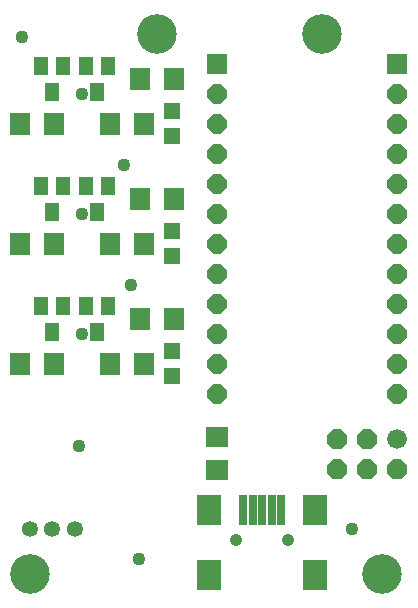
<source format=gts>
G75*
%MOIN*%
%OFA0B0*%
%FSLAX25Y25*%
%IPPOS*%
%LPD*%
%AMOC8*
5,1,8,0,0,1.08239X$1,22.5*
%
%ADD10C,0.13198*%
%ADD11R,0.05324X0.05324*%
%ADD12R,0.06506X0.06506*%
%ADD13OC8,0.06506*%
%ADD14R,0.04537X0.06112*%
%ADD15R,0.06899X0.07698*%
%ADD16R,0.07698X0.06899*%
%ADD17C,0.06600*%
%ADD18OC8,0.06600*%
%ADD19C,0.05324*%
%ADD20R,0.02569X0.10443*%
%ADD21R,0.08474X0.10443*%
%ADD22C,0.04143*%
%ADD23C,0.04362*%
D10*
X0016800Y0014300D03*
X0134300Y0014300D03*
X0114300Y0194300D03*
X0059300Y0194300D03*
D11*
X0064300Y0168434D03*
X0064300Y0160166D03*
X0064300Y0128434D03*
X0064300Y0120166D03*
X0064300Y0088434D03*
X0064300Y0080166D03*
D12*
X0079300Y0184300D03*
X0139300Y0184300D03*
D13*
X0139300Y0174300D03*
X0139300Y0164300D03*
X0139300Y0154300D03*
X0139300Y0144300D03*
X0139300Y0134300D03*
X0139300Y0124300D03*
X0139300Y0114300D03*
X0139300Y0104300D03*
X0139300Y0094300D03*
X0139300Y0084300D03*
X0139300Y0074300D03*
X0079300Y0074300D03*
X0079300Y0084300D03*
X0079300Y0094300D03*
X0079300Y0104300D03*
X0079300Y0114300D03*
X0079300Y0124300D03*
X0079300Y0134300D03*
X0079300Y0144300D03*
X0079300Y0154300D03*
X0079300Y0164300D03*
X0079300Y0174300D03*
D14*
X0043040Y0183631D03*
X0035560Y0183631D03*
X0028040Y0183631D03*
X0020560Y0183631D03*
X0024300Y0174969D03*
X0039300Y0174969D03*
X0035560Y0143631D03*
X0039300Y0134969D03*
X0043040Y0143631D03*
X0028040Y0143631D03*
X0024300Y0134969D03*
X0020560Y0143631D03*
X0020560Y0103631D03*
X0024300Y0094969D03*
X0028040Y0103631D03*
X0035560Y0103631D03*
X0039300Y0094969D03*
X0043040Y0103631D03*
D15*
X0053702Y0099300D03*
X0064898Y0099300D03*
X0054898Y0084300D03*
X0043702Y0084300D03*
X0024898Y0084300D03*
X0013702Y0084300D03*
X0013702Y0124300D03*
X0024898Y0124300D03*
X0043702Y0124300D03*
X0053702Y0139300D03*
X0064898Y0139300D03*
X0054898Y0124300D03*
X0054898Y0164300D03*
X0053702Y0179300D03*
X0064898Y0179300D03*
X0043702Y0164300D03*
X0024898Y0164300D03*
X0013702Y0164300D03*
D16*
X0079300Y0059898D03*
X0079300Y0048702D03*
D17*
X0139300Y0059300D03*
D18*
X0139300Y0049300D03*
X0129300Y0049300D03*
X0129300Y0059300D03*
X0119300Y0059300D03*
X0119300Y0049300D03*
D19*
X0031800Y0029300D03*
X0024300Y0029300D03*
X0016800Y0029300D03*
D20*
X0088001Y0035393D03*
X0091150Y0035393D03*
X0094300Y0035393D03*
X0097450Y0035393D03*
X0100599Y0035393D03*
D21*
X0112017Y0035393D03*
X0112017Y0013739D03*
X0076583Y0013739D03*
X0076583Y0035393D03*
D22*
X0085639Y0025550D03*
X0102961Y0025550D03*
D23*
X0124300Y0029300D03*
X0053050Y0019300D03*
X0033050Y0056800D03*
X0034300Y0094300D03*
X0050550Y0110550D03*
X0034300Y0134300D03*
X0048050Y0150550D03*
X0034300Y0174300D03*
X0014300Y0193050D03*
M02*

</source>
